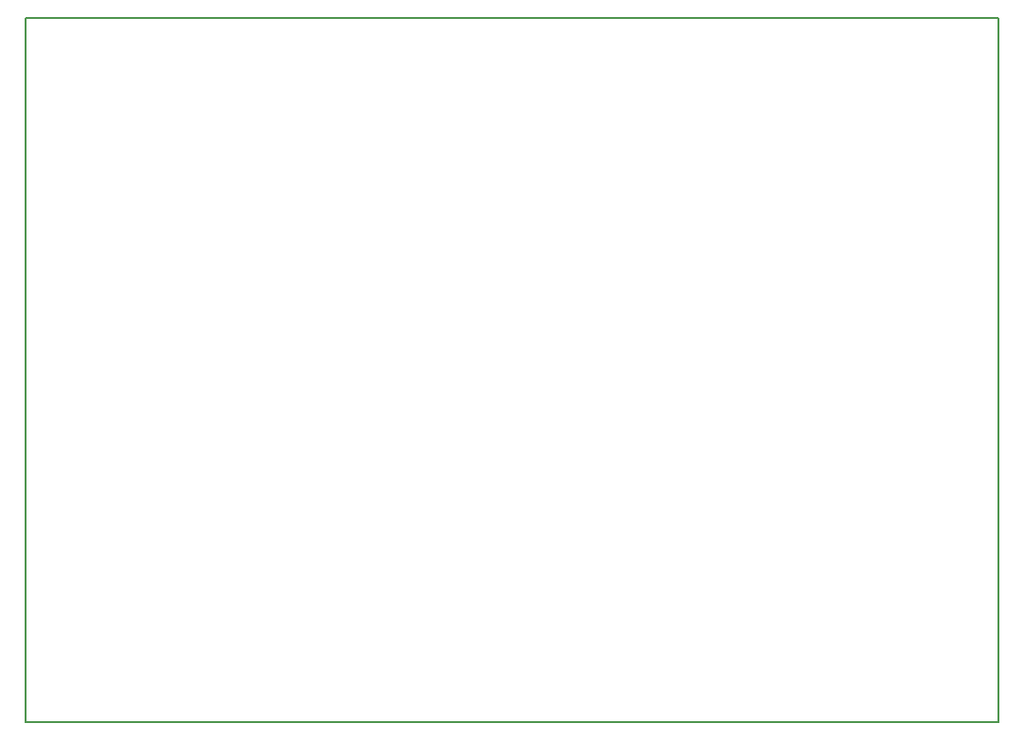
<source format=gm1>
%TF.GenerationSoftware,KiCad,Pcbnew,(6.0.1)*%
%TF.CreationDate,2022-01-24T21:35:52+01:00*%
%TF.ProjectId,SmartSwitch,536d6172-7453-4776-9974-63682e6b6963,rev?*%
%TF.SameCoordinates,Original*%
%TF.FileFunction,Profile,NP*%
%FSLAX46Y46*%
G04 Gerber Fmt 4.6, Leading zero omitted, Abs format (unit mm)*
G04 Created by KiCad (PCBNEW (6.0.1)) date 2022-01-24 21:35:52*
%MOMM*%
%LPD*%
G01*
G04 APERTURE LIST*
%TA.AperFunction,Profile*%
%ADD10C,0.150000*%
%TD*%
G04 APERTURE END LIST*
D10*
X182000000Y-148000000D02*
X95000000Y-148000000D01*
X95000000Y-85000000D02*
X182000000Y-85000000D01*
X182000000Y-85000000D02*
X182000000Y-148000000D01*
X95000000Y-148000000D02*
X95000000Y-85000000D01*
M02*

</source>
